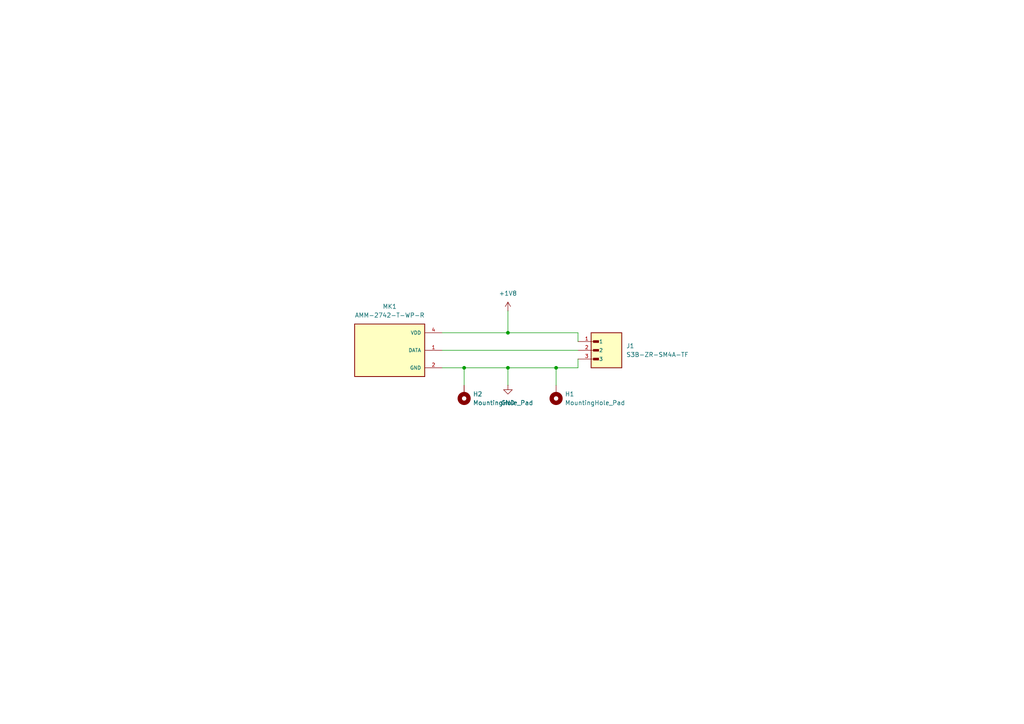
<source format=kicad_sch>
(kicad_sch (version 20250114) (generator "eeschema") (generator_version "9.0")
  (paper "A4")
  (lib_symbols
    (symbol "AMM-2742-T-WP-R:AMM-2742-T-WP-R" (pin_names (offset 1.016))
      (property "Reference" "MK" (at -10.16 8.89 0))
      (property "Value" "AMM-2742-T-WP-R" (at -10.16 -8.89 0))
      (symbol "AMM-2742-T-WP-R_0_0"
        (rectangle (start -10.16 -7.62) (end 10.16 7.62) (stroke (width 0.254)) (fill (type background)))
        (pin power_in line (at 15.24 5.08 180) (length 5.08) (name "VDD") (number "4"))
        (pin output line (at 15.24 0 180) (length 5.08) (name "DATA") (number "1"))
        (pin power_in line (at 15.24 -5.08 180) (length 5.08) (name "GND") (number "2"))
        (pin power_in line (at 15.24 -5.08 180) (length 5.08) (hide yes) (name "GND") (number "3"))
      )
    )
    (symbol "Mechanical:MountingHole_Pad" (pin_numbers (hide yes)) (pin_names (offset 1.016) (hide yes)) (in_bom no)
      (property "Reference" "H" (at 0 6.35 0))
      (property "Value" "MountingHole_Pad" (at 0 4.445 0))
      (symbol "MountingHole_Pad_0_1"
        (circle (center 0 1.27) (radius 1.27) (stroke (width 1.27)))
      )
      (symbol "MountingHole_Pad_1_1"
        (pin input line (at 0 -2.54 90) (length 2.54) (name "1") (number "1"))
      )
    )
    (symbol "S3B-ZR-SM4A-TF:S3B-ZR-SM4A-TF" (pin_names (offset 1.016))
      (property "Reference" "J" (at -3.81 5.842 0))
      (property "Value" "S3B-ZR-SM4A-TF" (at -4.064 -7.62 0))
      (symbol "S3B-ZR-SM4A-TF_0_0"
        (rectangle (start -3.81 -5.08) (end 5.08 5.08) (stroke (width 0.254)) (fill (type background)))
        (rectangle (start -3.175 2.2225) (end -1.5875 2.8575) (stroke (width 0.1)) (fill (type outline)))
        (rectangle (start -3.175 -0.3175) (end -1.5875 0.3175) (stroke (width 0.1)) (fill (type outline)))
        (rectangle (start -3.175 -2.8575) (end -1.5875 -2.2225) (stroke (width 0.1)) (fill (type outline)))
        (pin passive line (at -7.62 2.54 0) (length 5.08) (name "1") (number "1"))
        (pin passive line (at -7.62 0 0) (length 5.08) (name "2") (number "2"))
        (pin passive line (at -7.62 -2.54 0) (length 5.08) (name "3") (number "3"))
      )
    )
    (symbol "power:+1V8" (power) (pin_numbers (hide yes)) (pin_names (offset 0) (hide yes))
      (property "Value" "+1V8" (at 0 3.556 0))
      (symbol "+1V8_0_1"
        (polyline (pts (xy -0.762 1.27) (xy 0 2.54)))
        (polyline (pts (xy 0 2.54) (xy 0.762 1.27)))
        (polyline (pts (xy 0 0) (xy 0 2.54)))
      )
      (symbol "+1V8_1_1"
        (pin power_in line (at 0 0 90) (length 0) (name "~") (number "1"))
      )
    )
    (symbol "power:GND" (power) (pin_numbers (hide yes)) (pin_names (offset 0) (hide yes))
      (property "Value" "GND" (at 0 -3.81 0))
      (symbol "GND_0_1"
        (polyline (pts (xy 0 0) (xy 0 -1.27) (xy 1.27 -1.27) (xy 0 -2.54) (xy -1.27 -1.27) (xy 0 -1.27)))
      )
      (symbol "GND_1_1"
        (pin power_in line (at 0 0 270) (length 0) (name "~") (number "1"))
      )
    )
  )
  (junction (at 147.32 96.52))
  (junction (at 147.32 106.68))
  (junction (at 161.29 106.68))
  (junction (at 134.62 106.68))
  (wire (pts (xy 147.32 106.68) (xy 161.29 106.68)))
  (wire (pts (xy 128.27 96.52) (xy 147.32 96.52)))
  (wire (pts (xy 161.29 106.68) (xy 167.64 106.68)))
  (wire (pts (xy 147.32 96.52) (xy 167.64 96.52)))
  (wire (pts (xy 167.64 106.68) (xy 167.64 104.14)))
  (wire (pts (xy 134.62 106.68) (xy 134.62 111.76)))
  (wire (pts (xy 147.32 90.17) (xy 147.32 96.52)))
  (wire (pts (xy 134.62 106.68) (xy 147.32 106.68)))
  (wire (pts (xy 147.32 106.68) (xy 147.32 111.76)))
  (wire (pts (xy 167.64 96.52) (xy 167.64 99.06)))
  (wire (pts (xy 128.27 106.68) (xy 134.62 106.68)))
  (wire (pts (xy 128.27 101.6) (xy 167.64 101.6)))
  (wire (pts (xy 161.29 106.68) (xy 161.29 111.76)))
  (symbol (lib_id "Mechanical:MountingHole_Pad") (at 161.29 114.3 180) (unit 1) (in_bom no)
    (property "Reference" "H1" (at 163.83 114.2999 0) (effects (justify right)))
    (property "Value" "MountingHole_Pad" (at 163.83 116.8399 0) (effects (justify right)))
    (property "Footprint" "MountingHole:MountingHole_4mm_Pad_Via" (effects (hide yes)))
    (property "Description" "Mounting Hole with connection" (effects (hide yes)))
  )
  (symbol (lib_id "AMM-2742-T-WP-R:AMM-2742-T-WP-R") (at 113.03 101.6 0) (unit 1)
    (property "Reference" "MK1" (at 113.03 88.9 0))
    (property "Value" "AMM-2742-T-WP-R" (at 113.03 91.44 0))
    (property "Footprint" "AMM-2742-T-WP-R:MIC_AMM-2742-T-WP-R" (effects (hide yes)))
    (property "MF" "PUI Audio" (effects (hide yes)))
    (property "MAXIMUM_PACKAGE_HEIGHT" "1.1 mm" (effects (hide yes)))
    (property "Package" "PUI" (effects (hide yes)))
    (property "Price" "None" (effects (hide yes)))
    (property "Check_prices" "https://www.snapeda.com/parts/AMM-2742-T-WP-R/PUI+Audio/view-part/?ref=eda" (effects (hide yes)))
    (property "STANDARD" "Manufacturer Recommendations" (effects (hide yes)))
    (property "PARTREV" "10/12/2020" (effects (hide yes)))
    (property "SnapEDA_Link" "https://www.snapeda.com/parts/AMM-2742-T-WP-R/PUI+Audio/view-part/?ref=snap" (effects (hide yes)))
    (property "MP" "AMM-2742-T-WP-R" (effects (hide yes)))
    (property "Description_1" "3X2MM MEMS MIC 20~20KHZ 42DB ANALOG 1.6V 0.2MA  OMNIDIRECTIONAL" (effects (hide yes)))
    (property "Availability" "In Stock" (effects (hide yes)))
    (property "MANUFACTURER" "PUI Audio" (effects (hide yes)))
  )
  (symbol (lib_id "Mechanical:MountingHole_Pad") (at 134.62 114.3 180) (unit 1) (in_bom no)
    (property "Reference" "H2" (at 137.16 114.2999 0) (effects (justify right)))
    (property "Value" "MountingHole_Pad" (at 137.16 116.8399 0) (effects (justify right)))
    (property "Footprint" "MountingHole:MountingHole_4mm_Pad_Via" (effects (hide yes)))
    (property "Description" "Mounting Hole with connection" (effects (hide yes)))
  )
  (symbol (lib_id "power:+1V8") (at 147.32 90.17 0) (unit 1)
    (property "Reference" "#PWR02" (effects (hide yes)))
    (property "Value" "+1V8" (at 147.32 85.09 0))
    (property "Description" "Power symbol creates a global label with name \"+1V8\"" (effects (hide yes)))
  )
  (symbol (lib_id "S3B-ZR-SM4A-TF:S3B-ZR-SM4A-TF") (at 175.26 101.6 0) (unit 1)
    (property "Reference" "J1" (at 181.61 100.3299 0) (effects (justify left)))
    (property "Value" "S3B-ZR-SM4A-TF" (at 181.61 102.8699 0) (effects (justify left)))
    (property "Footprint" "S3B-ZR-SM4A-TF:JST_S3B-ZR-SM4A-TF" (effects (hide yes)))
    (property "MF" "JST Sales" (effects (hide yes)))
    (property "MAXIMUM_PACKAGE_HEIGHT" "3.7 mm" (effects (hide yes)))
    (property "Package" "None" (effects (hide yes)))
    (property "Price" "None" (effects (hide yes)))
    (property "Check_prices" "https://www.snapeda.com/parts/S3B-ZR-SM4A-TF/JST/view-part/?ref=eda" (effects (hide yes)))
    (property "STANDARD" "Manufacturer Recommendations" (effects (hide yes)))
    (property "PARTREV" "NA" (effects (hide yes)))
    (property "SnapEDA_Link" "https://www.snapeda.com/parts/S3B-ZR-SM4A-TF/JST/view-part/?ref=snap" (effects (hide yes)))
    (property "MP" "S3B-ZR-SM4A-TF" (effects (hide yes)))
    (property "Purchase-URL" "https://www.snapeda.com/api/url_track_click_mouser/?unipart_id=622346&manufacturer=JST Sales&part_name=S3B-ZR-SM4A-TF&search_term=3pins jst" (effects (hide yes)))
    (property "Description_1" "Connector Header Surface Mount, Right Angle 3 position 0.059 (1.50mm)" (effects (hide yes)))
    (property "Availability" "In Stock" (effects (hide yes)))
    (property "MANUFACTURER" "JST Sales" (effects (hide yes)))
  )
  (symbol (lib_id "power:GND") (at 147.32 111.76 0) (unit 1)
    (property "Reference" "#PWR01" (effects (hide yes)))
    (property "Value" "GND" (at 147.32 116.84 0))
    (property "Description" "Power symbol creates a global label with name \"GND\" , ground" (effects (hide yes)))
  )
)
</source>
